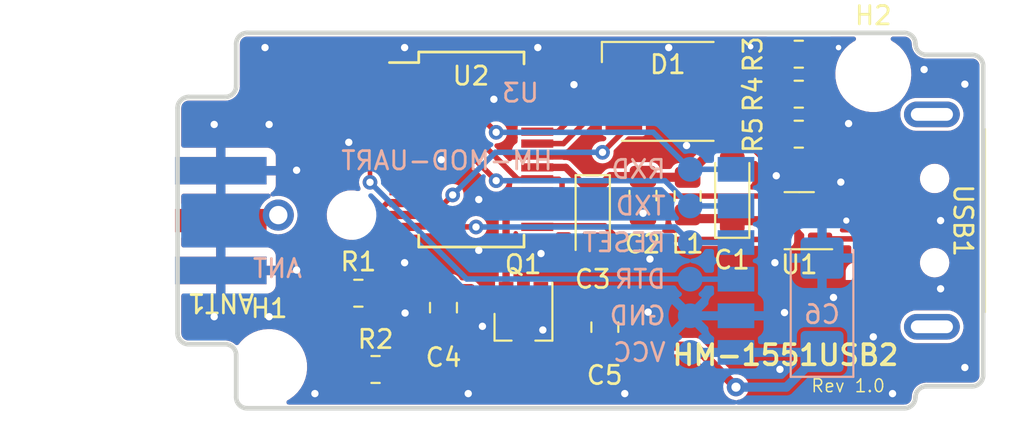
<source format=kicad_pcb>
(kicad_pcb (version 20211014) (generator pcbnew)
  (title_block (title "HM-MOD-UART 1551USB2 Adapter") (date "2022-01-18") (rev "1.0"))
  (layers (0 "F.Cu" signal) (31 "B.Cu" signal) (34 "B.Paste" user) (35 "F.Paste" user) (36 "B.SilkS" user "B.Silkscreen") (37 "F.SilkS" user "F.Silkscreen") (38 "B.Mask" user) (39 "F.Mask" user) (44 "Edge.Cuts" user))
  (net 0 "")
  (net 1 "VCC")
  (net 2 "GND")
  (net 3 "+5V")
  (net 4 "+3V3")
  (net 5 "/VSS")
  (net 6 "Net-(C5-Pad2)")
  (net 7 "Net-(D1-Pad1)")
  (net 8 "Net-(D1-Pad2)")
  (net 9 "Net-(D1-Pad3)")
  (net 10 "Net-(D1-Pad4)")
  (net 11 "Net-(D1-Pad5)")
  (net 12 "Net-(D1-Pad6)")
  (net 13 "/D-")
  (net 14 "/D+")
  (net 15 "/ANT")
  (net 16 "/PWREN")
  (net 17 "/USB_N")
  (net 18 "/USB_P")
  (net 19 "/RXD")
  (net 20 "/DTR")
  (net 22 "/TXD")
  (net 27 "/RESET")
  (footprint "Capacitor_Tantalum_SMD:CP_EIA-3216-18_Kemet-A_Pad1.58x1.35mm_HandSolder" (layer "F.Cu") (at 47.6758 35.2552 -90)
    (fp_text reference "C3" (at 3.1948 0.0008 180) (layer "F.SilkS"))
    (fp_text value "4.7uF")
    (fp_line (start -2.485 0.935) (end 1.6 0.935) (layer "F.SilkS") (width 0.12))
    (fp_line (start -2.485 -0.935) (end -2.485 0.935) (layer "F.SilkS") (width 0.12))
    (fp_line (start 1.6 -0.935) (end -2.485 -0.935) (layer "F.SilkS") (width 0.12))
    (pad "1" smd roundrect locked (at -1.4375 0 270) (size 1.575 1.35) (layers "F.Cu" "F.Paste" "F.Mask") (roundrect_rratio 0.1851851852) (net 3 "+5V"))
    (pad "2" smd roundrect locked (at 1.4375 0 270) (size 1.575 1.35) (layers "F.Cu" "F.Paste" "F.Mask") (roundrect_rratio 0.1851851852) (net 2 "GND"))
  )
  (footprint "Package_TO_SOT_SMD:SOT-23_Handsoldering" (layer "F.Cu") (at 43.8912 41.0464 -90)
    (fp_text reference "Q1" (at -3.3964 0.0162 180) (layer "F.SilkS"))
    (fp_text value "IRLML6402")
    (fp_line (start 0.76 1.58) (end -0.7 1.58) (layer "F.SilkS") (width 0.12))
    (fp_line (start 0.76 1.58) (end 0.76 0.65) (layer "F.SilkS") (width 0.12))
    (fp_line (start 0.76 -1.58) (end 0.76 -0.65) (layer "F.SilkS") (width 0.12))
    (fp_line (start 0.76 -1.58) (end -2.4 -1.58) (layer "F.SilkS") (width 0.12))
    (pad "1" smd rect locked (at -1.5 -0.95 270) (size 1.9 0.8) (layers "F.Cu" "F.Paste" "F.Mask") (net 6 "Net-(C5-Pad2)"))
    (pad "2" smd rect locked (at -1.5 0.95 270) (size 1.9 0.8) (layers "F.Cu" "F.Paste" "F.Mask") (net 4 "+3V3"))
    (pad "3" smd rect locked (at 1.5 0 270) (size 1.9 0.8) (layers "F.Cu" "F.Paste" "F.Mask") (net 5 "/VSS"))
  )
  (footprint "Resistor_SMD:R_0805_2012Metric_Pad1.20x1.40mm_HandSolder" (layer "F.Cu") (at 58.928 28.3464 180)
    (fp_text reference "R4" (at 2.503 -0.0036 90) (layer "F.SilkS"))
    (fp_text value "180R")
    (fp_line (start -0.227064 -0.735) (end 0.227064 -0.735) (layer "F.SilkS") (width 0.12))
    (fp_line (start -0.227064 0.735) (end 0.227064 0.735) (layer "F.SilkS") (width 0.12))
    (pad "1" smd roundrect locked (at -1 0 180) (size 1.2 1.4) (layers "F.Cu" "F.Paste" "F.Mask") (roundrect_rratio 0.2083333333) (net 3 "+5V"))
    (pad "2" smd roundrect locked (at 1 0 180) (size 1.2 1.4) (layers "F.Cu" "F.Paste" "F.Mask") (roundrect_rratio 0.2083333333) (net 11 "Net-(D1-Pad5)"))
  )
  (footprint "LED_SMD:LED_RGB_5050-6" (layer "F.Cu") (at 51.775 28.194)
    (fp_text reference "D1" (at 0 -1.469) (layer "F.SilkS"))
    (fp_text value "RGB LED")
    (fp_line (start 2.5 2.7) (end -2.5 2.7) (layer "F.SilkS") (width 0.12))
    (fp_line (start -3.6 -2.7) (end 2.5 -2.7) (layer "F.SilkS") (width 0.12))
    (fp_line (start -3.6 -1.6) (end -3.6 -2.7) (layer "F.SilkS") (width 0.12))
    (pad "1" smd rect locked (at -2.4 -1.7 90) (size 1.1 2) (layers "F.Cu" "F.Paste" "F.Mask") (net 7 "Net-(D1-Pad1)"))
    (pad "2" smd rect locked (at -2.4 0 90) (size 1.1 2) (layers "F.Cu" "F.Paste" "F.Mask") (net 8 "Net-(D1-Pad2)"))
    (pad "3" smd rect locked (at -2.4 1.7 90) (size 1.1 2) (layers "F.Cu" "F.Paste" "F.Mask") (net 9 "Net-(D1-Pad3)"))
    (pad "4" smd rect locked (at 2.4 1.7 90) (size 1.1 2) (layers "F.Cu" "F.Paste" "F.Mask") (net 10 "Net-(D1-Pad4)"))
    (pad "5" smd rect locked (at 2.4 0 90) (size 1.1 2) (layers "F.Cu" "F.Paste" "F.Mask") (net 11 "Net-(D1-Pad5)"))
    (pad "6" smd rect locked (at 2.4 -1.7 90) (size 1.1 2) (layers "F.Cu" "F.Paste" "F.Mask") (net 12 "Net-(D1-Pad6)"))
  )
  (footprint "Inductor_SMD:L_0805_2012Metric_Pad1.15x1.40mm_HandSolder" (layer "F.Cu") (at 52.8574 33.909 -90)
    (fp_text reference "L1" (at 2.616 0.0074 180) (layer "F.SilkS"))
    (fp_text value "Ferrite Bead")
    (fp_line (start -0.261252 0.71) (end 0.261252 0.71) (layer "F.SilkS") (width 0.12))
    (fp_line (start -0.261252 -0.71) (end 0.261252 -0.71) (layer "F.SilkS") (width 0.12))
    (pad "1" smd roundrect locked (at -1.025 0 270) (size 1.15 1.4) (layers "F.Cu" "F.Paste" "F.Mask") (roundrect_rratio 0.2173913043) (net 3 "+5V"))
    (pad "2" smd roundrect locked (at 1.025 0 270) (size 1.15 1.4) (layers "F.Cu" "F.Paste" "F.Mask") (roundrect_rratio 0.2173913043) (net 1 "VCC"))
  )
  (footprint "Package_TO_SOT_SMD:SOT-23-6" (layer "F.Cu") (at 58.9534 35.2552 180)
    (fp_text reference "U1" (at 0 -2.4) (layer "F.SilkS"))
    (fp_text value "USBLC6-2SC6")
    (fp_line (start 0 1.56) (end -0.8 1.56) (layer "F.SilkS") (width 0.12))
    (fp_line (start 0 -1.56) (end -1.8 -1.56) (layer "F.SilkS") (width 0.12))
    (fp_line (start 0 1.56) (end 0.8 1.56) (layer "F.SilkS") (width 0.12))
    (fp_line (start 0 -1.56) (end 0.8 -1.56) (layer "F.SilkS") (width 0.12))
    (pad "1" smd roundrect locked (at -1.1375 -0.95 180) (size 1.325 0.6) (layers "F.Cu" "F.Paste" "F.Mask") (net 14 "/D+"))
    (pad "2" smd roundrect locked (at -1.1375 0 180) (size 1.325 0.6) (layers "F.Cu" "F.Paste" "F.Mask") (net 2 "GND"))
    (pad "3" smd roundrect locked (at -1.1375 0.95 180) (size 1.325 0.6) (layers "F.Cu" "F.Paste" "F.Mask") (net 13 "/D-"))
    (pad "4" smd roundrect locked (at 1.1375 0.95 180) (size 1.325 0.6) (layers "F.Cu" "F.Paste" "F.Mask") (net 17 "/USB_N"))
    (pad "5" smd roundrect locked (at 1.1375 0 180) (size 1.325 0.6) (layers "F.Cu" "F.Paste" "F.Mask") (net 1 "VCC"))
    (pad "6" smd roundrect locked (at 1.1375 -0.95 180) (size 1.325 0.6) (layers "F.Cu" "F.Paste" "F.Mask") (net 18 "/USB_P"))
  )
  (footprint "Capacitor_SMD:C_0805_2012Metric_Pad1.18x1.45mm_HandSolder" (layer "F.Cu") (at 39.5224 40.005 -90)
    (fp_text reference "C4" (at 2.72 -0.0026 180) (layer "F.SilkS"))
    (fp_text value "100nF")
    (fp_line (start -0.261252 -0.735) (end 0.261252 -0.735) (layer "F.SilkS") (width 0.12))
    (fp_line (start -0.261252 0.735) (end 0.261252 0.735) (layer "F.SilkS") (width 0.12))
    (pad "1" smd roundrect locked (at -1.0375 0 270) (size 1.175 1.45) (layers "F.Cu" "F.Paste" "F.Mask") (roundrect_rratio 0.2127659574) (net 4 "+3V3"))
    (pad "2" smd roundrect locked (at 1.0375 0 270) (size 1.175 1.45) (layers "F.Cu" "F.Paste" "F.Mask") (roundrect_rratio 0.2127659574) (net 2 "GND"))
  )
  (footprint "Capacitor_Tantalum_SMD:CP_EIA-3216-18_Kemet-A_Pad1.58x1.35mm_HandSolder" (layer "F.Cu") (at 55.2958 33.7058 90)
    (fp_text reference "C1" (at -3.6942 -0.0208 180) (layer "F.SilkS"))
    (fp_text value "10nF")
    (fp_line (start -2.485 -0.935) (end -2.485 0.935) (layer "F.SilkS") (width 0.12))
    (fp_line (start -2.485 0.935) (end 1.6 0.935) (layer "F.SilkS") (width 0.12))
    (fp_line (start 1.6 -0.935) (end -2.485 -0.935) (layer "F.SilkS") (width 0.12))
    (pad "1" smd roundrect locked (at -1.4375 0 90) (size 1.575 1.35) (layers "F.Cu" "F.Paste" "F.Mask") (roundrect_rratio 0.1851851852) (net 1 "VCC"))
    (pad "2" smd roundrect locked (at 1.4375 0 90) (size 1.575 1.35) (layers "F.Cu" "F.Paste" "F.Mask") (roundrect_rratio 0.1851851852) (net 2 "GND"))
  )
  (footprint "HM-MOD-UART:MountingHole_1.75mm" (layer "F.Cu") (at 63 27.25)
    (fp_text reference "H2" (at 0 -3.2) (layer "F.SilkS"))
    (fp_text value "MountingHole")
    (pad "" np_thru_hole circle locked (at 0 0) (size 1.75 1.75) (drill 1.75) (layers *.Cu *.Mask) (clearance 1.2))
  )
  (footprint "Capacitor_SMD:C_0805_2012Metric_Pad1.18x1.45mm_HandSolder" (layer "F.Cu") (at 50.419 33.8836 -90)
    (fp_text reference "C2" (at 2.6414 0.019 -180) (layer "F.SilkS"))
    (fp_text value "100nF")
    (fp_line (start -0.261252 -0.735) (end 0.261252 -0.735) (layer "F.SilkS") (width 0.12))
    (fp_line (start -0.261252 0.735) (end 0.261252 0.735) (layer "F.SilkS") (width 0.12))
    (pad "1" smd roundrect locked (at -1.0375 0 270) (size 1.175 1.45) (layers "F.Cu" "F.Paste" "F.Mask") (roundrect_rratio 0.2127659574) (net 3 "+5V"))
    (pad "2" smd roundrect locked (at 1.0375 0 270) (size 1.175 1.45) (layers "F.Cu" "F.Paste" "F.Mask") (roundrect_rratio 0.2127659574) (net 2 "GND"))
  )
  (footprint "Resistor_SMD:R_0805_2012Metric_Pad1.20x1.40mm_HandSolder" (layer "F.Cu") (at 58.928 30.5308 180)
    (fp_text reference "R5" (at 2.503 -0.0442 90) (layer "F.SilkS"))
    (fp_text value "270R")
    (fp_line (start -0.227064 -0.735) (end 0.227064 -0.735) (layer "F.SilkS") (width 0.12))
    (fp_line (start -0.227064 0.735) (end 0.227064 0.735) (layer "F.SilkS") (width 0.12))
    (pad "1" smd roundrect locked (at -1 0 180) (size 1.2 1.4) (layers "F.Cu" "F.Paste" "F.Mask") (roundrect_rratio 0.2083333333) (net 3 "+5V"))
    (pad "2" smd roundrect locked (at 1 0 180) (size 1.2 1.4) (layers "F.Cu" "F.Paste" "F.Mask") (roundrect_rratio 0.2083333333) (net 10 "Net-(D1-Pad4)"))
  )
  (footprint "Package_SO:SSOP-28_5.3x10.2mm_P0.65mm" (layer "F.Cu") (at 41.0464 31.369)
    (fp_text reference "U2" (at -0.0214 -4.019) (layer "F.SilkS"))
    (fp_text value "FT232RL")
    (fp_line (start 2.875 5.325) (end 2.875 4.675) (layer "F.SilkS") (width 0.15))
    (fp_line (start -2.875 -5.325) (end 2.875 -5.325) (layer "F.SilkS") (width 0.15))
    (fp_line (start -2.875 -5.325) (end -2.875 -4.75) (layer "F.SilkS") (width 0.15))
    (fp_line (start 2.875 -5.325) (end 2.875 -4.675) (layer "F.SilkS") (width 0.15))
    (fp_line (start -2.875 -4.75) (end -4.475 -4.75) (layer "F.SilkS") (width 0.15))
    (fp_line (start -2.875 5.325) (end -2.875 4.675) (layer "F.SilkS") (width 0.15))
    (fp_line (start -2.875 5.325) (end 2.875 5.325) (layer "F.SilkS") (width 0.15))
    (pad "1" smd rect locked (at -3.6 -4.225) (size 1.75 0.45) (layers "F.Cu" "F.Paste" "F.Mask") (net 19 "/RXD"))
    (pad "2" smd rect locked (at -3.6 -3.575) (size 1.75 0.45) (layers "F.Cu" "F.Paste" "F.Mask") (net 20 "/DTR"))
    (pad "3" smd rect locked (at -3.6 -2.925) (size 1.75 0.45) (layers "F.Cu" "F.Paste" "F.Mask"))
    (pad "4" smd rect locked (at -3.6 -2.275) (size 1.75 0.45) (layers "F.Cu" "F.Paste" "F.Mask") (net 4 "+3V3"))
    (pad "5" smd rect locked (at -3.6 -1.625) (size 1.75 0.45) (layers "F.Cu" "F.Paste" "F.Mask") (net 22 "/TXD"))
    (pad "6" smd rect locked (at -3.6 -0.975) (size 1.75 0.45) (layers "F.Cu" "F.Paste" "F.Mask"))
    (pad "7" smd rect locked (at -3.6 -0.325) (size 1.75 0.45) (layers "F.Cu" "F.Paste" "F.Mask") (net 2 "GND"))
    (pad "8" smd rect locked (at -3.6 0.325) (size 1.75 0.45) (layers "F.Cu" "F.Paste" "F.Mask"))
    (pad "9" smd rect locked (at -3.6 0.975) (size 1.75 0.45) (layers "F.Cu" "F.Paste" "F.Mask"))
    (pad "10" smd rect locked (at -3.6 1.625) (size 1.75 0.45) (layers "F.Cu" "F.Paste" "F.Mask"))
    (pad "11" smd rect locked (at -3.6 2.275) (size 1.75 0.45) (layers "F.Cu" "F.Paste" "F.Mask"))
    (pad "12" smd rect locked (at -3.6 2.925) (size 1.75 0.45) (layers "F.Cu" "F.Paste" "F.Mask") (net 16 "/PWREN"))
    (pad "13" smd rect locked (at -3.6 3.575) (size 1.75 0.45) (layers "F.Cu" "F.Paste" "F.Mask") (net 9 "Net-(D1-Pad3)"))
    (pad "14" smd rect locked (at -3.6 4.225) (size 1.75 0.45) (layers "F.Cu" "F.Paste" "F.Mask") (net 27 "/RESET"))
    (pad "15" smd rect locked (at 3.6 4.225) (size 1.75 0.45) (layers "F.Cu" "F.Paste" "F.Mask") (net 18 "/USB_P"))
    (pad "16" smd rect locked (at 3.6 3.575) (size 1.75 0.45) (layers "F.Cu" "F.Paste" "F.Mask") (net 17 "/USB_N"))
    (pad "17" smd rect locked (at 3.6 2.925) (size 1.75 0.45) (layers "F.Cu" "F.Paste" "F.Mask") (net 4 "+3V3"))
    (pad "18" smd rect locked (at 3.6 2.275) (size 1.75 0.45) (layers "F.Cu" "F.Paste" "F.Mask") (net 2 "GND"))
    (pad "19" smd rect locked (at 3.6 1.625) (size 1.75 0.45) (layers "F.Cu" "F.Paste" "F.Mask") (net 4 "+3V3"))
    (pad "20" smd rect locked (at 3.6 0.975) (size 1.75 0.45) (layers "F.Cu" "F.Paste" "F.Mask") (net 3 "+5V"))
    (pad "21" smd rect locked (at 3.6 0.325) (size 1.75 0.45) (layers "F.Cu" "F.Paste" "F.Mask") (net 2 "GND"))
    (pad "22" smd rect locked (at 3.6 -0.325) (size 1.75 0.45) (layers "F.Cu" "F.Paste" "F.Mask") (net 8 "Net-(D1-Pad2)"))
    (pad "23" smd rect locked (at 3.6 -0.975) (size 1.75 0.45) (layers "F.Cu" "F.Paste" "F.Mask") (net 7 "Net-(D1-Pad1)"))
    (pad "24" smd rect locked (at 3.6 -1.625) (size 1.75 0.45) (layers "F.Cu" "F.Paste" "F.Mask"))
    (pad "25" smd rect locked (at 3.6 -2.275) (size 1.75 0.45) (layers "F.Cu" "F.Paste" "F.Mask") (net 2 "GND"))
    (pad "26" smd rect locked (at 3.6 -2.925) (size 1.75 0.45) (layers "F.Cu" "F.Paste" "F.Mask") (net 2 "GND"))
    (pad "27" smd rect locked (at 3.6 -3.575) (size 1.75 0.45) (layers "F.Cu" "F.Paste" "F.Mask"))
    (pad "28" smd rect locked (at 3.6 -4.225) (size 1.75 0.45) (layers "F.Cu" "F.Paste" "F.Mask"))
  )
  (footprint "Resistor_SMD:R_0805_2012Metric_Pad1.20x1.40mm_HandSolder" (layer "F.Cu") (at 34.8742 39.2176 180)
    (fp_text reference "R1" (at -0.0008 1.7176) (layer "F.SilkS"))
    (fp_text value "10K")
    (fp_line (start -0.227064 -0.735) (end 0.227064 -0.735) (layer "F.SilkS") (width 0.12))
    (fp_line (start -0.227064 0.735) (end 0.227064 0.735) (layer "F.SilkS") (width 0.12))
    (pad "1" smd roundrect locked (at -1 0 180) (size 1.2 1.4) (layers "F.Cu" "F.Paste" "F.Mask") (roundrect_rratio 0.2083333333) (net 4 "+3V3"))
    (pad "2" smd roundrect locked (at 1 0 180) (size 1.2 1.4) (layers "F.Cu" "F.Paste" "F.Mask") (roundrect_rratio 0.2083333333) (net 16 "/PWREN"))
  )
  (footprint "Resistor_SMD:R_0805_2012Metric_Pad1.20x1.40mm_HandSolder" (layer "F.Cu") (at 35.814 43.3832)
    (fp_text reference "R2" (at 0 -1.65) (layer "F.SilkS"))
    (fp_text value "1K")
    (fp_line (start -0.227064 -0.735) (end 0.227064 -0.735) (layer "F.SilkS") (width 0.12))
    (fp_line (start -0.227064 0.735) (end 0.227064 0.735) (layer "F.SilkS") (width 0.12))
    (pad "1" smd roundrect locked (at -1 0) (size 1.2 1.4) (layers "F.Cu" "F.Paste" "F.Mask") (roundrect_rratio 0.2083333333) (net 16 "/PWREN"))
    (pad "2" smd roundrect locked (at 1 0) (size 1.2 1.4) (layers "F.Cu" "F.Paste" "F.Mask") (roundrect_rratio 0.2083333333) (net 6 "Net-(C5-Pad2)"))
  )
  (footprint "HM-MOD-UART:SMA-EdgeMount" (layer "F.Cu") (at 27.36 35.25 180)
    (fp_text reference "ANT1" (at 0 -4.5 180 unlocked) (layer "F.SilkS"))
    (fp_text value "Conn_Coaxial")
    (pad "1" smd rect (at 0 0 180) (size 5 1.27) (layers "F.Cu" "F.Paste" "F.Mask") (net 15 "/ANT"))
    (pad "2" smd rect (at 0 -2.725 180) (size 5 1.5) (layers "B.Cu" "B.Paste" "B.Mask") (net 2 "GND"))
    (pad "2" smd rect (at 0 2.725 180) (size 5 1.5) (layers "B.Cu" "B.Paste" "B.Mask") (net 2 "GND"))
    (pad "2" smd rect (at 0 2.725 180) (size 5 1.5) (layers "F.Cu" "F.Paste" "F.Mask") (net 2 "GND"))
    (pad "2" smd rect (at 0 -2.725 180) (size 5 1.5) (layers "F.Cu" "F.Paste" "F.Mask") (net 2 "GND"))
  )
  (footprint "Resistor_SMD:R_0805_2012Metric_Pad1.20x1.40mm_HandSolder" (layer "F.Cu") (at 58.928 26.162 180)
    (fp_text reference "R3" (at 2.503 -0.013 90) (layer "F.SilkS"))
    (fp_text value "160R")
    (fp_line (start -0.227064 0.735) (end 0.227064 0.735) (layer "F.SilkS") (width 0.12))
    (fp_line (start -0.227064 -0.735) (end 0.227064 -0.735) (layer "F.SilkS") (width 0.12))
    (pad "1" smd roundrect locked (at -1 0 180) (size 1.2 1.4) (layers "F.Cu" "F.Paste" "F.Mask") (roundrect_rratio 0.2083333333) (net 3 "+5V"))
    (pad "2" smd roundrect locked (at 1 0 180) (size 1.2 1.4) (layers "F.Cu" "F.Paste" "F.Mask") (roundrect_rratio 0.2083333333) (net 12 "Net-(D1-Pad6)"))
  )
  (footprint "HM-MOD-UART:MountingHole_1.75mm" (layer "F.Cu") (at 30 43.25)
    (fp_text reference "H1" (at 0 -3.2) (layer "F.SilkS"))
    (fp_text value "MountingHole")
    (pad "" np_thru_hole circle locked (at 0 0) (size 1.75 1.75) (drill 1.75) (layers *.Cu *.Mask) (clearance 1.2))
  )
  (footprint "HM-MOD-UART:USB 2.0 Type A" (layer "F.Cu") (at 69.1 35.25 -90)
    (fp_text reference "USB1" (at 0 1.2 -90 unlocked) (layer "F.SilkS"))
    (fp_text value "USB_A")
    (fp_line (start -5 0) (end 5 0) (layer "F.SilkS") (width 0.12))
    (pad "" np_thru_hole circle (at 2.3 2.75 270) (size 1.1 1.1) (drill 1.1) (layers F&B.Cu *.Mask))
    (pad "" np_thru_hole circle (at -2.3 2.75 270) (size 1.1 1.1) (drill 1.1) (layers F&B.Cu *.Mask))
    (pad "1" smd rect (at -3.5 5.7 270) (size 1.4 2.8) (layers "F.Cu" "F.Paste" "F.Mask") (net 1 "VCC"))
    (pad "2" smd rect (at -1 5.7 270) (size 1.4 2.8) (layers "F.Cu" "F.Paste" "F.Mask") (net 13 "/D-"))
    (pad "3" smd rect (at 1 5.7 270) (size 1.4 2.8) (layers "F.Cu" "F.Paste" "F.Mask") (net 14 "/D+"))
    (pad "4" smd rect (at 3.5 5.7 270) (size 1.4 2.8) (layers "F.Cu" "F.Paste" "F.Mask") (net 2 "GND"))
    (pad "5" thru_hole oval (at -5.8 2.9 270) (size 1.4 3.05) (drill oval 0.7 2.3) (layers *.Cu *.Mask))
    (pad "5" thru_hole oval (at 5.8 2.9 270) (size 1.4 3.05) (drill oval 0.7 2.3) (layers *.Cu *.Mask))
  )
  (footprint "Capacitor_SMD:C_0805_2012Metric_Pad1.18x1.45mm_HandSolder" (layer "F.Cu") (at 48.3362 41.0718 90)
    (fp_text reference "C5" (at -2.6282 -0.0112 180) (layer "F.SilkS"))
    (fp_text value "100nF")
    (fp_line (start -0.261252 0.735) (end 0.261252 0.735) (layer "F.SilkS") (width 0.12))
    (fp_line (start -0.261252 -0.735) (end 0.261252 -0.735) (layer "F.SilkS") (width 0.12))
    (pad "1" smd roundrect locked (at -1.0375 0 90) (size 1.175 1.45) (layers "F.Cu" "F.Paste" "F.Mask") (roundrect_rratio 0.2127659574) (net 5 "/VSS"))
    (pad "2" smd roundrect locked (at 1.0375 0 90) (size 1.175 1.45) (layers "F.Cu" "F.Paste" "F.Mask") (roundrect_rratio 0.2127659574) (net 6 "Net-(C5-Pad2)"))
  )
  (footprint "HM-MOD-UART:HM-MOD-UART-SMT-REV" (layer "B.Cu") (at 43.75 37.45 180)
    (fp_text reference "U3" (at 0.02032 9.17194) (layer "B.SilkS") (effects (justify mirror)))
    (fp_text value "HM-MOD-UART" (at 4.0386 5.47624) (layer "B.SilkS") (effects (justify mirror)))
    (fp_text user "TXD" (at -8 3) (layer "B.SilkS") (effects (justify left mirror)))
    (fp_text user "GND" (at -8 -3) (layer "B.SilkS") (effects (justify left mirror)))
    (fp_text user "VCC" (at -8 -5) (layer "B.SilkS") (effects (justify left mirror)))
    (fp_text user "RXD" (at -8 5) (layer "B.SilkS") (effects (justify left mirror)))
    (fp_text user "DTR" (at -8 -1) (layer "B.SilkS") (effects (justify left mirror)))
    (fp_text user "RESET" (at -8 1) (layer "B.SilkS") (effects (justify left mirror)))
    (fp_text user "ANT" (at 13.29436 -0.41656) (layer "B.SilkS") (effects (justify mirror)))
    (pad "" np_thru_hole circle (at 9.25 2.5 180) (size 2.2 2.2) (drill 2.2) (layers F&B.Cu *.Mask))
    (pad "1" smd rect (at -11.75 -5 180) (size 2 1.35) (layers "B.Cu" "B.Paste" "B.Mask") (net 5 "/VSS"))
    (pad "1" smd rect (at -10.75 -5 180) (size 3 0.5) (layers "B.Cu") (net 5 "/VSS"))
    (pad "1" smd circle (at -9.25 -5 180) (size 1.35 1.35) (layers "B.Cu" "B.Paste" "B.Mask") (net 5 "/VSS"))
    (pad "2" smd rect (at -11.75 -3 180) (size 2 1.35) (layers "B.Cu" "B.Paste" "B.Mask") (net 2 "GND"))
    (pad "2" smd rect (at -10.75 -3 180) (size 3 0.5) (layers "B.Cu") (net 2 "GND"))
    (pad "2" smd circle (at -9.25 -3 180) (size 1.35 1.35) (layers "B.Cu" "B.Paste" "B.Mask") (net 2 "GND"))
    (pad "3" smd rect (at -10.75 -1 180) (size 3 0.3) (layers "B.Cu") (net 20 "/DTR"))
    (pad "3" smd rect (at -11.75 -1 180) (size 2 1.35) (layers "B.Cu" "B.Paste" "B.Mask") (net 20 "/DTR"))
    (pad "3" smd circle (at -9.25 -1 180) (size 1.35 1.35) (layers "B.Cu" "B.Paste" "B.Mask") (net 20 "/DTR"))
    (pad "4" smd rect (at -10.75 1 180) (size 3 0.3) (layers "B.Cu") (net 27 "/RESET"))
    (pad "4" smd circle (at -9.25 1 180) (size 1.35 1.35) (layers "B.Cu" "B.Paste" "B.Mask") (net 27 "/RESET"))
    (pad "4" smd rect (at -11.75 1 180) (size 2 1.35) (layers "B.Cu" "B.Paste" "B.Mask") (net 27 "/RESET"))
    (pad "5" smd circle (at -9.25 3 180) (size 1.35 1.35) (layers "B.Cu" "B.Paste" "B.Mask") (net 22 "/TXD"))
    (pad "5" smd rect (at -11.75 3 180) (size 2 1.35) (layers "B.Cu" "B.Paste" "B.Mask") (net 22 "/TXD"))
    (pad "5" smd rect (at -10.75 3 180) (size 3 0.3) (layers "B.Cu") (net 22 "/TXD"))
    (pad "6" smd rect (at -11.75 5 180) (size 2 1.35) (layers "B.Cu" "B.Paste" "B.Mask") (net 19 "/RXD"))
    (pad "6" smd rect (at -10.75 5 180) (size 3 0.3) (layers "B.Cu") (net 19 "/RXD"))
    (pad "6" smd circle (at -9.25 5 180) (size 1.35 1.35) (layers "B.Cu" "B.Paste" "B.Mask") (net 19 "/RXD"))
    (pad "7" thru_hole circle (at 13.25 2.5 180) (size 1.7 1.7) (drill 1) (layers *.Cu *.Mask) (net 15 "/ANT"))
  )
  (footprint "Capacitor_Tantalum_SMD:CP_EIA-6032-28_Kemet-C_Pad2.25x2.35mm_HandSolder" (layer "B.Cu") (at 60.2 39.85 90)
    (fp_text reference "C6" (at -0.525 0 180) (layer "B.SilkS") (effects (justify mirror)))
    (fp_text value "22uF")
    (fp_line (start -3.935 -1.71) (end 3 -1.71) (layer "B.SilkS") (width 0.12))
    (fp_line (start -3.935 1.71) (end -3.935 -1.71) (layer "B.SilkS") (width 0.12))
    (fp_line (start 3 1.71) (end -3.935 1.71) (layer "B.SilkS") (width 0.12))
    (pad "1" smd roundrect locked (at -2.55 0 90) (size 2.25 2.35) (layers "B.Cu" "B.Paste" "B.Mask") (roundrect_rratio 0.1111111111) (net 5 "/VSS"))
    (pad "2" smd roundrect locked (at 2.55 0 90) (size 2.25 2.35) (layers "B.Cu" "B.Paste" "B.Mask") (roundrect_rratio 0.1111111111) (net 2 "GND"))
  )
  (gr_line (start 28.8 25) (end 64.7 25) (layer "Edge.Cuts") (width 0.254))
  (gr_arc (start 25 29.1) (mid 25.175737 28.675737) (end 25.6 28.5) (layer "Edge.Cuts") (width 0.254))
  (gr_arc (start 65.3 44.9) (mid 65.475737 44.475737) (end 65.9 44.3) (layer "Edge.Cuts") (width 0.254))
  (gr_line (start 65.9 26.2) (end 68.4 26.2) (layer "Edge.Cuts") (width 0.254))
  (gr_arc (start 65.9 26.2) (mid 65.475737 26.024263) (end 65.3 25.6) (layer "Edge.Cuts") (width 0.254))
  (gr_line (start 27.6 42) (end 25.6 42) (layer "Edge.Cuts") (width 0.254))
  (gr_line (start 28.8 45.5) (end 64.7 45.5) (layer "Edge.Cuts") (width 0.254))
  (gr_line (start 28.2 25.6) (end 28.2 27.9) (layer "Edge.Cuts") (width 0.254))
  (gr_line (start 25 29.1) (end 25 41.4) (layer "Edge.Cuts") (width 0.254))
  (gr_arc (start 28.2 27.9) (mid 28.024263 28.324263) (end 27.6 28.5) (layer "Edge.Cuts") (width 0.254))
  (gr_arc (start 28.2 25.6) (mid 28.375737 25.175737) (end 28.8 25) (layer "Edge.Cuts") (width 0.254))
  (gr_line (start 69 26.8) (end 69 43.7) (layer "Edge.Cuts") (width 0.254))
  (gr_arc (start 27.6 42) (mid 28.024263 42.175737) (end 28.2 42.6) (layer "Edge.Cuts") (width 0.254))
  (gr_line (start 68.4 44.3) (end 65.9 44.3) (layer "Edge.Cuts") (width 0.254))
  (gr_arc (start 28.8 45.5) (mid 28.375737 45.324263) (end 28.2 44.9) (layer "Edge.Cuts") (width 0.254))
  (gr_line (start 25.6 28.5) (end 27.6 28.5) (layer "Edge.Cuts") (width 0.254))
  (gr_arc (start 69 43.7) (mid 68.824263 44.124263) (end 68.4 44.3) (layer "Edge.Cuts") (width 0.254))
  (gr_arc (start 68.4 26.2) (mid 68.824263 26.375737) (end 69 26.8) (layer "Edge.Cuts") (width 0.254))
  (gr_arc (start 64.7 25) (mid 65.124263 25.175737) (end 65.3 25.6) (layer "Edge.Cuts") (width 0.254))
  (gr_arc (start 65.3 44.9) (mid 65.124263 45.324263) (end 64.7 45.5) (layer "Edge.Cuts") (width 0.254))
  (gr_arc (start 25.6 42) (mid 25.175737 41.824263) (end 25 41.4) (layer "Edge.Cuts") (width 0.254))
  (gr_line (start 28.2 44.9) (end 28.2 42.6) (layer "Edge.Cuts") (width 0.254))
  (gr_text "Rev 1.0" (at 61.625 44.275) (layer "F.SilkS") (effects (font (size 0.7 0.7) (thickness 0.08))))
  (gr_text "HM-1551USB2" (at 58.2 42.6) (layer "F.SilkS") (effects (font (size 1.1 1.1) (thickness 0.2))))
  (segment (start 57.8159 35.2552) (end 55.4077 35.2552) (width 0.5) (layer "F.Cu") (net 1))
  (segment (start 55.4077 35.2552) (end 55.2958 35.1433) (width 0.5) (layer "F.Cu") (net 1))
  (segment (start 58.95 34.681449) (end 58.95 33.935751) (width 0.5) (layer "F.Cu") (net 1))
  (segment (start 55.2958 35.1433) (end 53.0667 35.1433) (width 0.5) (layer "F.Cu") (net 1))
  (segment (start 58.376249 35.2552) (end 58.95 34.681449) (width 0.5) (layer "F.Cu") (net 1))
  (segment (start 53.0667 35.1433) (end 52.8574 34.934) (width 0.5) (layer "F.Cu") (net 1))
  (segment (start 58.95 33.935751) (end 61.135751 31.75) (width 0.5) (layer "F.Cu") (net 1))
  (segment (start 57.8159 35.2552) (end 58.376249 35.2552) (width 0.5) (layer "F.Cu") (net 1))
  (segment (start 61.135751 31.75) (end 63.4 31.75) (width 0.5) (layer "F.Cu") (net 1))
  (via (at 63 41.6) (size 0.8) (drill 0.4) (layers "F.Cu" "B.Cu") (net 2))
  (via (at 58.15 40.275) (size 0.8) (drill 0.4) (layers "F.Cu" "B.Cu") (net 2))
  (via (at 57.625 37.55) (size 0.8) (drill 0.4) (layers "F.Cu" "B.Cu") (net 2))
  (via (at 66.675 38.975) (size 0.8) (drill 0.4) (layers "F.Cu" "B.Cu") (net 2))
  (via (at 68 27.8) (size 0.8) (drill 0.4) (layers "F.Cu" "B.Cu") (net 2))
  (via (at 44.95 41.225) (size 0.8) (drill 0.4) (layers "F.Cu" "B.Cu") (net 2))
  (via (at 34.35 30.975) (size 0.8) (drill 0.4) (layers "F.Cu" "B.Cu") (net 2))
  (via (at 49.425 44.7) (size 0.8) (drill 0.4) (layers "F.Cu" "B.Cu") (net 2))
  (via (at 31.5 32.5) (size 0.8) (drill 0.4) (layers "F.Cu" "B.Cu") (net 2))
  (via (at 66.675 35.25) (size 0.8) (drill 0.4) (layers "F.Cu" "B.Cu") (net 2))
  (via (at 50.7 40.25) (size 0.8) (drill 0.4) (layers "F.Cu" "B.Cu") (net 2))
  (via (at 32.5 44.7) (size 0.8) (drill 0.4) (layers "F.Cu" "B.Cu") (net 2))
  (via (at 50.425 34.85) (size 0.8) (drill 0.4) (layers "F.Cu" "B.Cu") (net 2))
  (via (at 37.4 37.55) (size 0.8) (drill 0.4) (layers "F.Cu" "B.Cu") (net 2))
  (via (at 61.525 35.25) (size 0.6) (drill 0.34) (layers "F.Cu" "B.Cu") (net 2))
  (via (at 61.65 29.95) (size 0.8) (drill 0.4) (layers "F.Cu" "B.Cu") (net 2))
  (via (at 51.825 25.8) (size 0.8) (drill 0.4) (layers "F.Cu" "B.Cu") (net 2))
  (via (at 30 30) (size 0.8) (drill 0.4) (layers "F.Cu" "B.Cu") (net 2))
  (via (at 41.45 34.1) (size 0.8) (drill 0.4) (layers "F.Cu" "B.Cu") (net 2))
  (via (at 57.9 43.375) (size 0.8) (drill 0.4) (layers "F.Cu" "B.Cu") (net 2))
  (via (at 46.65 27.825) (size 0.8) (drill 0.4) (layers "F.Cu" "B.Cu") (net 2))
  (via (at 37.425 40.3) (size 0.8) (drill 0.4) (layers "F.Cu" "B.Cu") (net 2))
  (via (at 37.4 25.8) (size 0.8) (drill 0.4) (layers "F.Cu" "B.Cu") (net 2))
  (via (at 42.275 28.625) (size 0.8) (drill 0.4) (layers "F.Cu" "B.Cu") (net 2))
  (via (at 29.775 25.8) (size 0.8) (drill 0.4) (layers "F.Cu" "B.Cu") (net 2))
  (via (at 39.4 31.925) (size 0.8) (drill 0.4) (layers "F.Cu" "B.Cu") (net 2))
  (via (at 61.1 25.8) (size 0.6) (drill 0.3) (layers "F.Cu" "B.Cu") (net 2))
  (via (at 27 40.5) (size 0.8) (drill 0.4) (layers "F.Cu" "B.Cu") (net 2))
  (via (at 60.825 39.45) (size 0.8) (drill 0.4) (layers "F.Cu" "B.Cu") (net 2))
  (via (at 52.8 31.15) (size 0.8) (drill 0.4) (layers "F.Cu" "B.Cu") (net 2))
  (via (at 65.775 27) (size 0.8) (drill 0.4) (layers "F.Cu" "B.Cu") (net 2))
  (via (at 61.225 33.15) (size 0.8) (drill 0.4) (layers "F.Cu" "B.Cu") (net 2))
  (via (at 30 40.5) (size 0.8) (drill 0.4) (layers "F.Cu" "B.Cu") (net 2))
  (via (at 44.675 25.8) (size 0.8) (drill 0.4) (layers "F.Cu" "B.Cu") (net 2))
  (via (at 56.3 25.75) (size 0.6) (drill 0.3) (layers "F.Cu" "B.Cu") (net 2))
  (via (at 41.45 36.875) (size 0.8) (drill 0.4) (layers "F.Cu" "B.Cu") (net 2))
  (via (at 68 43.275) (size 0.8) (drill 0.4) (layers "F.Cu" "B.Cu") (net 2))
  (via (at 27 30) (size 0.8) (drill 0.4) (layers "F.Cu" "B.Cu") (net 2))
  (via (at 64.05 44.7) (size 0.8) (drill 0.4) (layers "F.Cu" "B.Cu") (net 2))
  (via (at 50.8 37.35) (size 0.8) (drill 0.4) (layers "F.Cu" "B.Cu") (net 2))
  (via (at 40.875 44.7) (size 0.8) (drill 0.4) (layers "F.Cu" "B.Cu") (net 2))
  (via (at 57.7 32.8) (size 0.8) (drill 0.4) (layers "F.Cu" "B.Cu") (net 2))
  (via (at 44.85 37.05) (size 0.8) (drill 0.4) (layers "F.Cu" "B.Cu") (net 2))
  (via (at 41.65 41.025) (size 0.8) (drill 0.4) (layers "F.Cu" "B.Cu") (net 2))
  (via (at 31.5 37.95) (size 0.8) (drill 0.4) (layers "F.Cu" "B.Cu") (net 2))
  (segment (start 58.6588 31.8) (end 59.928 30.5308) (width 0.5) (layer "F.Cu") (net 3))
  (segment (start 50.419 32.8461) (end 48.6474 32.8461) (width 0.5) (layer "F.Cu") (net 3))
  (segment (start 50.4569 32.884) (end 50.419 32.8461) (width 0.5) (layer "F.Cu") (net 3))
  (segment (start 59.928 30.5308) (end 59.928 28.3464) (width 0.4) (layer "F.Cu") (net 3))
  (segment (start 57.05 31.8) (end 58.6588 31.8) (width 0.5) (layer "F.Cu") (net 3))
  (segment (start 52.8574 32.884) (end 50.4569 32.884) (width 0.5) (layer "F.Cu") (net 3))
  (segment (start 52.8574 32.884) (end 52.8574 32.75493) (width 0.5) (layer "F.Cu") (net 3))
  (segment (start 54.58105 31.03128) (end 56.28128 31.03128) (width 0.5) (layer "F.Cu") (net 3))
  (segment (start 56.28128 31.03128) (end 57.05 31.8) (width 0.5) (layer "F.Cu") (net 3))
  (segment (start 59.928 28.3464) (end 59.928 26.162) (width 0.4) (layer "F.Cu") (net 3))
  (segment (start 52.8574 32.75493) (end 54.58105 31.03128) (width 0.5) (layer "F.Cu") (net 3))
  (segment (start 48.6474 32.8461) (end 47.6758 33.8177) (width 0.5) (layer "F.Cu") (net 3))
  (segment (start 44.6464 32.344) (end 46.2021 32.344) (width 0.4) (layer "F.Cu") (net 3))
  (segment (start 46.2021 32.344) (end 47.6758 33.8177) (width 0.4) (layer "F.Cu") (net 3))
  (segment (start 39.2723 39.2176) (end 35.8742 39.2176) (width 0.3) (layer "F.Cu") (net 4))
  (segment (start 41.0175 38.9675) (end 41.5964 39.5464) (width 0.5) (layer "F.Cu") (net 4))
  (segment (start 46 34.1154) (end 45.8214 34.294) (width 0.3) (layer "F.Cu") (net 4))
  (segment (start 43.5858 32.994) (end 44.6464 32.994) (width 0.3) (layer "F.Cu") (net 4))
  (segment (start 44.6464 32.994) (end 45.8214 32.994) (width 0.3) (layer "F.Cu") (net 4))
  (segment (start 45.8214 32.994) (end 46 33.1726) (width 0.3) (layer "F.Cu") (net 4))
  (segment (start 42.9412 34.8242) (end 42.9412 39.5464) (width 0.4) (layer "F.Cu") (net 4))
  (segment (start 45.8214 34.294) (end 44.6464 34.294) (width 0.3) (layer "F.Cu") (net 4))
  (segment (start 43.4714 34.294) (end 42.9412 34.8242) (width 0.4) (layer "F.Cu") (net 4))
  (segment (start 39.5224 38.9675) (end 39.2723 39.2176) (width 0.3) (layer "F.Cu") (net 4))
  (segment (start 41.5964 39.5464) (end 42.9412 39.5464) (width 0.5) (layer "F.Cu") (net 4))
  (segment (start 44.6464 34.294) (end 43.4714 34.294) (width 0.4) (layer "F.Cu") (net 4))
  (segment (start 39.5224 38.9675) (end 41.0175 38.9675) (width 0.5) (layer "F.Cu") (net 4))
  (segment (start 39.6858 29.094) (end 43.5858 32.994) (width 0.3) (layer "F.Cu") (net 4))
  (segment (start 46 33.1726) (end 46 34.1154) (width 0.3) (layer "F.Cu") (net 4))
  (segment (start 37.4464 29.094) (end 39.6858 29.094) (width 0.3) (layer "F.Cu") (net 4))
  (segment (start 48.3362 42.1093) (end 53.2599 42.1093) (width 0.5) (layer "F.Cu") (net 5))
  (segment (start 53.2599 42.1093) (end 55.499 44.3484) (width 0.5) (layer "F.Cu") (net 5))
  (segment (start 46.3907 42.1093) (end 48.3362 42.1093) (width 0.5) (layer "F.Cu") (net 5))
  (segment (start 45.9536 42.5464) (end 46.3907 42.1093) (width 0.5) (layer "F.Cu") (net 5))
  (segment (start 43.8912 42.5464) (end 45.9536 42.5464) (width 0.5) (layer "F.Cu") (net 5))
  (via (at 55.499 44.3484) (size 1) (drill 0.5) (layers "F.Cu" "B.Cu") (net 5))
  (segment (start 60.15 42.45) (end 60.2 42.4) (width 0.5) (layer "B.Cu") (net 5))
  (segment (start 55.499 44.3484) (end 58.2516 44.3484) (width 0.5) (layer "B.Cu") (net 5))
  (segment (start 58.2516 44.3484) (end 60.2 42.4) (width 0.5) (layer "B.Cu") (net 5))
  (segment (start 55.5 42.45) (end 60.15 42.45) (width 0.5) (layer "B.Cu") (net 5))
  (segment (start 46.2464 39.5464) (end 46.7343 40.0343) (width 0.3) (layer "F.Cu") (net 6))
  (segment (start 46.7343 40.0343) (end 48.3362 40.0343) (width 0.3) (layer "F.Cu") (net 6))
  (segment (start 44.8412 39.5838) (end 44.8412 39.5464) (width 0.3) (layer "F.Cu") (net 6))
  (segment (start 36.814 43.3832) (end 41.0418 43.3832) (width 0.3) (layer "F.Cu") (net 6))
  (segment (start 41.0418 43.3832) (end 44.8412 39.5838) (width 0.3) (layer "F.Cu") (net 6))
  (segment (start 44.8412 39.5464) (end 46.2464 39.5464) (width 0.3) (layer "F.Cu") (net 6))
  (segment (start 45.7714 30.394) (end 47.8 28.3654) (width 0.3) (layer "F.Cu") (net 7))
  (segment (start 44.6464 30.394) (end 45.7714 30.394) (width 0.3) (layer "F.Cu") (net 7))
  (segment (start 48.581 26.494) (end 49.375 26.494) (width 0.3) (layer "F.Cu") (net 7))
  (segment (start 47.8 27.275) (end 48.581 26.494) (width 0.3) (layer "F.Cu") (net 7))
  (segment (start 47.8 28.3654) (end 47.8 27.275) (width 0.3) (layer "F.Cu") (net 7))
  (segment (start 48.925 28.194) (end 46.075 31.044) (width 0.3) (layer "F.Cu") (net 8))
  (segment (start 49.375 28.194) (end 48.925 28.194) (width 0.3) (layer "F.Cu") (net 8))
  (segment (start 46.075 31.044) (end 44.6464 31.044) (width 0.3) (layer "F.Cu") (net 8))
  (segment (start 37.4464 34.944) (end 38.931 34.944) (width 0.3) (layer "F.Cu") (net 9))
  (segment (start 38.931 34.944) (end 40.025 33.85) (width 0.3) (layer "F.Cu") (net 9))
  (segment (start 49.375 29.894) (end 49.375 30.3556) (width 0.3) (layer "F.Cu") (net 9))
  (segment (start 49.375 30.3556) (end 48.2092 31.5214) (width 0.3) (layer "F.Cu") (net 9))
  (via (at 40.025 33.85) (size 0.8) (drill 0.4) (layers "F.Cu" "B.Cu") (net 9))
  (via (at 48.2092 31.5214) (size 0.8) (drill 0.4) (layers "F.Cu" "B.Cu") (net 9))
  (segment (start 40.025 33.85) (end 42.3536 31.5214) (width 0.3) (layer "B.Cu") (net 9))
  (segment (start 42.3536 31.5214) (end 48.2092 31.5214) (width 0.3) (layer "B.Cu") (net 9))
  (segment (start 56.469 29.894) (end 57.1058 30.5308) (width 0.4) (layer "F.Cu") (net 10))
  (segment (start 54.175 29.894) (end 56.469 29.894) (width 0.4) (layer "F.Cu") (net 10))
  (segment (start 57.1058 30.5308) (end 57.928 30.5308) (width 0.4) (layer "F.Cu") (net 10))
  (segment (start 54.175 28.194) (end 56.719 28.194) (width 0.4) (layer "F.Cu") (net 11))
  (segment (start 56.8714 28.3464) (end 57.928 28.3464) (width 0.4) (layer "F.Cu") (net 11))
  (segment (start 56.719 28.194) (end 56.8714 28.3464) (width 0.4) (layer "F.Cu") (net 11))
  (segment (start 56.781 26.494) (end 57.113 26.162) (width 0.4) (layer "F.Cu") (net 12))
  (segment (start 54.175 26.494) (end 56.781 26.494) (width 0.4) (layer "F.Cu") (net 12))
  (segment (start 57.113 26.162) (end 57.928 26.162) (width 0.4) (layer "F.Cu") (net 12))
  (segment (start 60.1461 34.25) (end 63.4 34.25) (width 0.3) (layer "F.Cu") (net 13))
  (segment (start 60.0909 34.3052) (end 60.1461 34.25) (width 0.3) (layer "F.Cu") (net 13))
  (segment (start 60.0909 36.2052) (end 60.1357 36.25) (width 0.3) (layer "F.Cu") (net 14))
  (segment (start 60.1357 36.25) (end 63.4 36.25) (width 0.3) (layer "F.Cu") (net 14))
  (segment (start 36.431 34.294) (end 36.013721 34.711279) (width 0.3) (layer "F.Cu") (net 16))
  (segment (start 33.8742 37.7758) (end 33.8742 39.2176) (width 0.3) (layer "F.Cu") (net 16))
  (segment (start 33.8742 39.2176) (end 33.8742 42.4434) (width 0.3) (layer "F.Cu") (net 16))
  (segment (start 37.4464 34.294) (end 36.431 34.294) (width 0.3) (layer "F.Cu") (net 16))
  (segment (start 36.013721 35.636279) (end 33.8742 37.7758) (width 0.3) (layer "F.Cu") (net 16))
  (segment (start 36.013721 34.711279) (end 36.013721 35.636279) (width 0.3) (layer "F.Cu") (net 16))
  (segment (start 33.8742 42.4434) (end 34.814 43.3832) (width 0.3) (layer "F.Cu") (net 16))
  (segment (start 49.661036 33.909) (end 48.594236 34.9758) (width 0.3) (layer "F.Cu") (net 17))
  (segment (start 57.8159 34.3052) (end 57.4197 33.909) (width 0.3) (layer "F.Cu") (net 17))
  (segment (start 48.594236 34.9758) (end 44.6782 34.9758) (width 0.3) (layer "F.Cu") (net 17))
  (segment (start 57.4197 33.909) (end 49.661036 33.909) (width 0.3) (layer "F.Cu") (net 17))
  (segment (start 44.6782 34.9758) (end 44.6464 34.944) (width 0.3) (layer "F.Cu") (net 17))
  (segment (start 44.7058 35.5346) (end 44.6464 35.594) (width 0.3) (layer "F.Cu") (net 18))
  (segment (start 48.328049 35.5346) (end 44.7058 35.5346) (width 0.3) (layer "F.Cu") (net 18))
  (segment (start 57.74078 36.28032) (end 49.073769 36.28032) (width 0.3) (layer "F.Cu") (net 18))
  (segment (start 57.8159 36.2052) (end 57.74078 36.28032) (width 0.3) (layer "F.Cu") (net 18))
  (segment (start 49.073769 36.28032) (end 48.328049 35.5346) (width 0.3) (layer "F.Cu") (net 18))
  (segment (start 37.4464 27.144) (end 39.1148 27.144) (width 0.3) (layer "F.Cu") (net 19))
  (segment (start 39.1148 27.144) (end 42.4 30.4292) (width 0.3) (layer "F.Cu") (net 19))
  (via (at 42.4 30.4292) (size 0.8) (drill 0.4) (layers "F.Cu" "B.Cu") (net 19))
  (segment (start 50.9792 30.4292) (end 53 32.45) (width 0.3) (layer "B.Cu") (net 19))
  (segment (start 42.4 30.4292) (end 50.9792 30.4292) (width 0.3) (layer "B.Cu") (net 19))
  (segment (start 35.5092 28.4408) (end 35.5092 33.1592) (width 0.25) (layer "F.Cu") (net 20))
  (segment (start 37.4464 27.794) (end 36.156 27.794) (width 0.25) (layer "F.Cu") (net 20))
  (segment (start 36.156 27.794) (end 35.5092 28.4408) (width 0.25) (layer "F.Cu") (net 20))
  (via (at 35.5092 33.1592) (size 0.8) (drill 0.4) (layers "F.Cu" "B.Cu") (net 20))
  (segment (start 53.0142 38.4396) (end 40.7896 38.4396) (width 0.3) (layer "B.Cu") (net 20))
  (segment (start 40.7896 38.4396) (end 35.5092 33.1592) (width 0.3) (layer "B.Cu") (net 20))
  (segment (start 37.4464 29.744) (end 39.0732 29.744) (width 0.3) (layer "F.Cu") (net 22))
  (segment (start 39.0732 29.744) (end 42.4 33.0708) (width 0.3) (layer "F.Cu") (net 22))
  (via (at 42.4 33.0708) (size 0.8) (drill 0.4) (layers "F.Cu" "B.Cu") (net 22))
  (segment (start 51.6208 33.0708) (end 53 34.45) (width 0.3) (layer "B.Cu") (net 22))
  (segment (start 42.425 33.0708) (end 51.6208 33.0708) (width 0.3) (layer "B.Cu") (net 22))
  (segment (start 37.4464 35.594) (end 41.294 35.594) (width 0.3) (layer "F.Cu") (net 27))
  (segment (start 41.294 35.594) (end 41.3 35.6) (width 0.3) (layer "F.Cu") (net 27))
  (via (at 41.3 35.6) (size 0.8) (drill 0.4) (layers "F.Cu" "B.Cu") (net 27))
  (segment (start 41.3 35.6) (end 52.1746 35.6) (width 0.3) (layer "B.Cu") (net 27))
  (segment (start 52.1746 35.6) (end 53.0142 36.4396) (width 0.3) (layer "B.Cu") (net 27))
  (zone locked (net 2) (net_name "GND") (layers F&B.Cu) (name "Copper fill") (connect_pads (clearance 0)) (min_thickness 0.254) (fill yes (thermal_gap 0.508) (thermal_bridge_width 0.508))
    (polygon (pts (xy 70.358 46.736) (xy 23.5966 46.736) (xy 23.5966 23.9014) (xy 70.358 23.9014)))
  )
)
</source>
